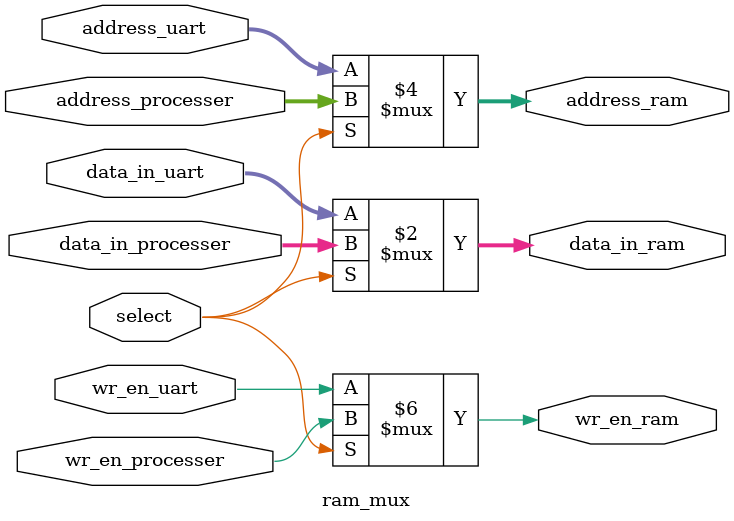
<source format=v>
module ram_mux (
	input select,
	input [7:0]data_in_uart,data_in_processer,
	input [15:0]address_uart,address_processer,
	input wr_en_uart,wr_en_processer,
	output [7:0] data_in_ram,
	output [15:0] address_ram,
	output wr_en_ram
);

	assign data_in_ram = (select==1'b0)? data_in_uart : data_in_processer ;

	assign address_ram = (select==1'b0)? address_uart : address_processer ;

	assign wr_en_ram   = (select==1'b0)? wr_en_uart   : wr_en_processer ;

endmodule 
</source>
